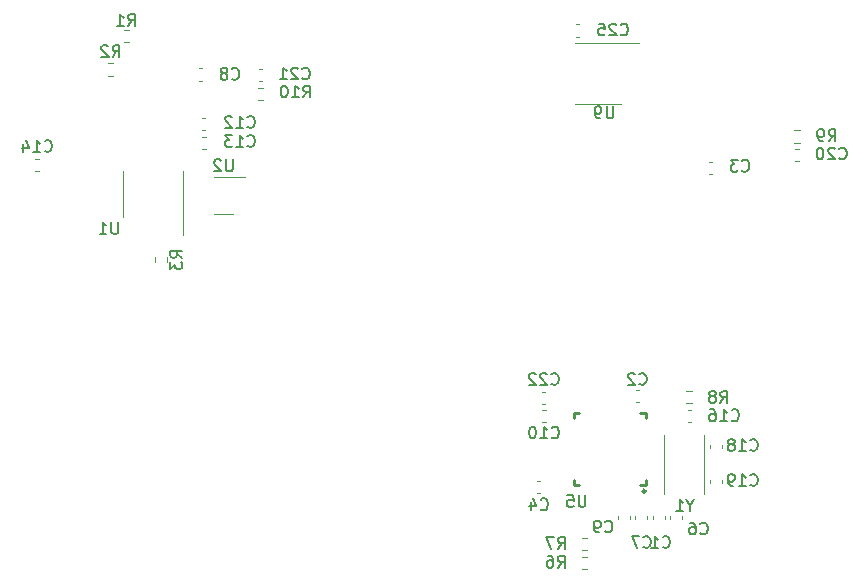
<source format=gbr>
%TF.GenerationSoftware,KiCad,Pcbnew,(6.99.0-1665-g4ee6cfe5b6)*%
%TF.CreationDate,2022-04-26T18:14:45+08:00*%
%TF.ProjectId,LightMeherGen2,4c696768-744d-4656-9865-7247656e322e,rev?*%
%TF.SameCoordinates,Original*%
%TF.FileFunction,Legend,Bot*%
%TF.FilePolarity,Positive*%
%FSLAX46Y46*%
G04 Gerber Fmt 4.6, Leading zero omitted, Abs format (unit mm)*
G04 Created by KiCad (PCBNEW (6.99.0-1665-g4ee6cfe5b6)) date 2022-04-26 18:14:45*
%MOMM*%
%LPD*%
G01*
G04 APERTURE LIST*
%ADD10C,0.150000*%
%ADD11C,0.120000*%
%ADD12C,0.254000*%
G04 APERTURE END LIST*
D10*
%TO.C,U1*%
X116711904Y-77667380D02*
X116711904Y-78476904D01*
X116711904Y-78476904D02*
X116664285Y-78572142D01*
X116664285Y-78572142D02*
X116616666Y-78619761D01*
X116616666Y-78619761D02*
X116521428Y-78667380D01*
X116521428Y-78667380D02*
X116330952Y-78667380D01*
X116330952Y-78667380D02*
X116235714Y-78619761D01*
X116235714Y-78619761D02*
X116188095Y-78572142D01*
X116188095Y-78572142D02*
X116140476Y-78476904D01*
X116140476Y-78476904D02*
X116140476Y-77667380D01*
X115140476Y-78667380D02*
X115711904Y-78667380D01*
X115426190Y-78667380D02*
X115426190Y-77667380D01*
X115426190Y-77667380D02*
X115521428Y-77810238D01*
X115521428Y-77810238D02*
X115616666Y-77905476D01*
X115616666Y-77905476D02*
X115711904Y-77953095D01*
%TO.C,C3*%
X169516666Y-73297142D02*
X169564285Y-73344761D01*
X169564285Y-73344761D02*
X169707142Y-73392380D01*
X169707142Y-73392380D02*
X169802380Y-73392380D01*
X169802380Y-73392380D02*
X169945237Y-73344761D01*
X169945237Y-73344761D02*
X170040475Y-73249523D01*
X170040475Y-73249523D02*
X170088094Y-73154285D01*
X170088094Y-73154285D02*
X170135713Y-72963809D01*
X170135713Y-72963809D02*
X170135713Y-72820952D01*
X170135713Y-72820952D02*
X170088094Y-72630476D01*
X170088094Y-72630476D02*
X170040475Y-72535238D01*
X170040475Y-72535238D02*
X169945237Y-72440000D01*
X169945237Y-72440000D02*
X169802380Y-72392380D01*
X169802380Y-72392380D02*
X169707142Y-72392380D01*
X169707142Y-72392380D02*
X169564285Y-72440000D01*
X169564285Y-72440000D02*
X169516666Y-72487619D01*
X169183332Y-72392380D02*
X168564285Y-72392380D01*
X168564285Y-72392380D02*
X168897618Y-72773333D01*
X168897618Y-72773333D02*
X168754761Y-72773333D01*
X168754761Y-72773333D02*
X168659523Y-72820952D01*
X168659523Y-72820952D02*
X168611904Y-72868571D01*
X168611904Y-72868571D02*
X168564285Y-72963809D01*
X168564285Y-72963809D02*
X168564285Y-73201904D01*
X168564285Y-73201904D02*
X168611904Y-73297142D01*
X168611904Y-73297142D02*
X168659523Y-73344761D01*
X168659523Y-73344761D02*
X168754761Y-73392380D01*
X168754761Y-73392380D02*
X169040475Y-73392380D01*
X169040475Y-73392380D02*
X169135713Y-73344761D01*
X169135713Y-73344761D02*
X169183332Y-73297142D01*
%TO.C,C12*%
X127667857Y-69597142D02*
X127715476Y-69644761D01*
X127715476Y-69644761D02*
X127858333Y-69692380D01*
X127858333Y-69692380D02*
X127953571Y-69692380D01*
X127953571Y-69692380D02*
X128096428Y-69644761D01*
X128096428Y-69644761D02*
X128191666Y-69549523D01*
X128191666Y-69549523D02*
X128239285Y-69454285D01*
X128239285Y-69454285D02*
X128286904Y-69263809D01*
X128286904Y-69263809D02*
X128286904Y-69120952D01*
X128286904Y-69120952D02*
X128239285Y-68930476D01*
X128239285Y-68930476D02*
X128191666Y-68835238D01*
X128191666Y-68835238D02*
X128096428Y-68740000D01*
X128096428Y-68740000D02*
X127953571Y-68692380D01*
X127953571Y-68692380D02*
X127858333Y-68692380D01*
X127858333Y-68692380D02*
X127715476Y-68740000D01*
X127715476Y-68740000D02*
X127667857Y-68787619D01*
X126715476Y-69692380D02*
X127286904Y-69692380D01*
X127001190Y-69692380D02*
X127001190Y-68692380D01*
X127001190Y-68692380D02*
X127096428Y-68835238D01*
X127096428Y-68835238D02*
X127191666Y-68930476D01*
X127191666Y-68930476D02*
X127286904Y-68978095D01*
X126334523Y-68787619D02*
X126286904Y-68740000D01*
X126286904Y-68740000D02*
X126191666Y-68692380D01*
X126191666Y-68692380D02*
X125953571Y-68692380D01*
X125953571Y-68692380D02*
X125858333Y-68740000D01*
X125858333Y-68740000D02*
X125810714Y-68787619D01*
X125810714Y-68787619D02*
X125763095Y-68882857D01*
X125763095Y-68882857D02*
X125763095Y-68978095D01*
X125763095Y-68978095D02*
X125810714Y-69120952D01*
X125810714Y-69120952D02*
X126382142Y-69692380D01*
X126382142Y-69692380D02*
X125763095Y-69692380D01*
%TO.C,C14*%
X110492857Y-71642142D02*
X110540476Y-71689761D01*
X110540476Y-71689761D02*
X110683333Y-71737380D01*
X110683333Y-71737380D02*
X110778571Y-71737380D01*
X110778571Y-71737380D02*
X110921428Y-71689761D01*
X110921428Y-71689761D02*
X111016666Y-71594523D01*
X111016666Y-71594523D02*
X111064285Y-71499285D01*
X111064285Y-71499285D02*
X111111904Y-71308809D01*
X111111904Y-71308809D02*
X111111904Y-71165952D01*
X111111904Y-71165952D02*
X111064285Y-70975476D01*
X111064285Y-70975476D02*
X111016666Y-70880238D01*
X111016666Y-70880238D02*
X110921428Y-70785000D01*
X110921428Y-70785000D02*
X110778571Y-70737380D01*
X110778571Y-70737380D02*
X110683333Y-70737380D01*
X110683333Y-70737380D02*
X110540476Y-70785000D01*
X110540476Y-70785000D02*
X110492857Y-70832619D01*
X109540476Y-71737380D02*
X110111904Y-71737380D01*
X109826190Y-71737380D02*
X109826190Y-70737380D01*
X109826190Y-70737380D02*
X109921428Y-70880238D01*
X109921428Y-70880238D02*
X110016666Y-70975476D01*
X110016666Y-70975476D02*
X110111904Y-71023095D01*
X108683333Y-71070714D02*
X108683333Y-71737380D01*
X108921428Y-70689761D02*
X109159523Y-71404047D01*
X109159523Y-71404047D02*
X108540476Y-71404047D01*
%TO.C,Y1*%
X165151190Y-101666190D02*
X165151190Y-102142380D01*
X165484523Y-101142380D02*
X165151190Y-101666190D01*
X165151190Y-101666190D02*
X164817857Y-101142380D01*
X163960714Y-102142380D02*
X164532142Y-102142380D01*
X164246428Y-102142380D02*
X164246428Y-101142380D01*
X164246428Y-101142380D02*
X164341666Y-101285238D01*
X164341666Y-101285238D02*
X164436904Y-101380476D01*
X164436904Y-101380476D02*
X164532142Y-101428095D01*
%TO.C,C6*%
X166016666Y-104022142D02*
X166064285Y-104069761D01*
X166064285Y-104069761D02*
X166207142Y-104117380D01*
X166207142Y-104117380D02*
X166302380Y-104117380D01*
X166302380Y-104117380D02*
X166445237Y-104069761D01*
X166445237Y-104069761D02*
X166540475Y-103974523D01*
X166540475Y-103974523D02*
X166588094Y-103879285D01*
X166588094Y-103879285D02*
X166635713Y-103688809D01*
X166635713Y-103688809D02*
X166635713Y-103545952D01*
X166635713Y-103545952D02*
X166588094Y-103355476D01*
X166588094Y-103355476D02*
X166540475Y-103260238D01*
X166540475Y-103260238D02*
X166445237Y-103165000D01*
X166445237Y-103165000D02*
X166302380Y-103117380D01*
X166302380Y-103117380D02*
X166207142Y-103117380D01*
X166207142Y-103117380D02*
X166064285Y-103165000D01*
X166064285Y-103165000D02*
X166016666Y-103212619D01*
X165159523Y-103117380D02*
X165349999Y-103117380D01*
X165349999Y-103117380D02*
X165445237Y-103165000D01*
X165445237Y-103165000D02*
X165492856Y-103212619D01*
X165492856Y-103212619D02*
X165588094Y-103355476D01*
X165588094Y-103355476D02*
X165635713Y-103545952D01*
X165635713Y-103545952D02*
X165635713Y-103926904D01*
X165635713Y-103926904D02*
X165588094Y-104022142D01*
X165588094Y-104022142D02*
X165540475Y-104069761D01*
X165540475Y-104069761D02*
X165445237Y-104117380D01*
X165445237Y-104117380D02*
X165254761Y-104117380D01*
X165254761Y-104117380D02*
X165159523Y-104069761D01*
X165159523Y-104069761D02*
X165111904Y-104022142D01*
X165111904Y-104022142D02*
X165064285Y-103926904D01*
X165064285Y-103926904D02*
X165064285Y-103688809D01*
X165064285Y-103688809D02*
X165111904Y-103593571D01*
X165111904Y-103593571D02*
X165159523Y-103545952D01*
X165159523Y-103545952D02*
X165254761Y-103498333D01*
X165254761Y-103498333D02*
X165445237Y-103498333D01*
X165445237Y-103498333D02*
X165540475Y-103545952D01*
X165540475Y-103545952D02*
X165588094Y-103593571D01*
X165588094Y-103593571D02*
X165635713Y-103688809D01*
%TO.C,R9*%
X176866666Y-70817380D02*
X177199999Y-70341190D01*
X177438094Y-70817380D02*
X177438094Y-69817380D01*
X177438094Y-69817380D02*
X177057142Y-69817380D01*
X177057142Y-69817380D02*
X176961904Y-69865000D01*
X176961904Y-69865000D02*
X176914285Y-69912619D01*
X176914285Y-69912619D02*
X176866666Y-70007857D01*
X176866666Y-70007857D02*
X176866666Y-70150714D01*
X176866666Y-70150714D02*
X176914285Y-70245952D01*
X176914285Y-70245952D02*
X176961904Y-70293571D01*
X176961904Y-70293571D02*
X177057142Y-70341190D01*
X177057142Y-70341190D02*
X177438094Y-70341190D01*
X176390475Y-70817380D02*
X176199999Y-70817380D01*
X176199999Y-70817380D02*
X176104761Y-70769761D01*
X176104761Y-70769761D02*
X176057142Y-70722142D01*
X176057142Y-70722142D02*
X175961904Y-70579285D01*
X175961904Y-70579285D02*
X175914285Y-70388809D01*
X175914285Y-70388809D02*
X175914285Y-70007857D01*
X175914285Y-70007857D02*
X175961904Y-69912619D01*
X175961904Y-69912619D02*
X176009523Y-69865000D01*
X176009523Y-69865000D02*
X176104761Y-69817380D01*
X176104761Y-69817380D02*
X176295237Y-69817380D01*
X176295237Y-69817380D02*
X176390475Y-69865000D01*
X176390475Y-69865000D02*
X176438094Y-69912619D01*
X176438094Y-69912619D02*
X176485713Y-70007857D01*
X176485713Y-70007857D02*
X176485713Y-70245952D01*
X176485713Y-70245952D02*
X176438094Y-70341190D01*
X176438094Y-70341190D02*
X176390475Y-70388809D01*
X176390475Y-70388809D02*
X176295237Y-70436428D01*
X176295237Y-70436428D02*
X176104761Y-70436428D01*
X176104761Y-70436428D02*
X176009523Y-70388809D01*
X176009523Y-70388809D02*
X175961904Y-70341190D01*
X175961904Y-70341190D02*
X175914285Y-70245952D01*
%TO.C,R2*%
X116241666Y-63687380D02*
X116574999Y-63211190D01*
X116813094Y-63687380D02*
X116813094Y-62687380D01*
X116813094Y-62687380D02*
X116432142Y-62687380D01*
X116432142Y-62687380D02*
X116336904Y-62735000D01*
X116336904Y-62735000D02*
X116289285Y-62782619D01*
X116289285Y-62782619D02*
X116241666Y-62877857D01*
X116241666Y-62877857D02*
X116241666Y-63020714D01*
X116241666Y-63020714D02*
X116289285Y-63115952D01*
X116289285Y-63115952D02*
X116336904Y-63163571D01*
X116336904Y-63163571D02*
X116432142Y-63211190D01*
X116432142Y-63211190D02*
X116813094Y-63211190D01*
X115860713Y-62782619D02*
X115813094Y-62735000D01*
X115813094Y-62735000D02*
X115717856Y-62687380D01*
X115717856Y-62687380D02*
X115479761Y-62687380D01*
X115479761Y-62687380D02*
X115384523Y-62735000D01*
X115384523Y-62735000D02*
X115336904Y-62782619D01*
X115336904Y-62782619D02*
X115289285Y-62877857D01*
X115289285Y-62877857D02*
X115289285Y-62973095D01*
X115289285Y-62973095D02*
X115336904Y-63115952D01*
X115336904Y-63115952D02*
X115908332Y-63687380D01*
X115908332Y-63687380D02*
X115289285Y-63687380D01*
%TO.C,C4*%
X152491666Y-101972142D02*
X152539285Y-102019761D01*
X152539285Y-102019761D02*
X152682142Y-102067380D01*
X152682142Y-102067380D02*
X152777380Y-102067380D01*
X152777380Y-102067380D02*
X152920237Y-102019761D01*
X152920237Y-102019761D02*
X153015475Y-101924523D01*
X153015475Y-101924523D02*
X153063094Y-101829285D01*
X153063094Y-101829285D02*
X153110713Y-101638809D01*
X153110713Y-101638809D02*
X153110713Y-101495952D01*
X153110713Y-101495952D02*
X153063094Y-101305476D01*
X153063094Y-101305476D02*
X153015475Y-101210238D01*
X153015475Y-101210238D02*
X152920237Y-101115000D01*
X152920237Y-101115000D02*
X152777380Y-101067380D01*
X152777380Y-101067380D02*
X152682142Y-101067380D01*
X152682142Y-101067380D02*
X152539285Y-101115000D01*
X152539285Y-101115000D02*
X152491666Y-101162619D01*
X151634523Y-101400714D02*
X151634523Y-102067380D01*
X151872618Y-101019761D02*
X152110713Y-101734047D01*
X152110713Y-101734047D02*
X151491666Y-101734047D01*
%TO.C,R6*%
X153941666Y-106917380D02*
X154274999Y-106441190D01*
X154513094Y-106917380D02*
X154513094Y-105917380D01*
X154513094Y-105917380D02*
X154132142Y-105917380D01*
X154132142Y-105917380D02*
X154036904Y-105965000D01*
X154036904Y-105965000D02*
X153989285Y-106012619D01*
X153989285Y-106012619D02*
X153941666Y-106107857D01*
X153941666Y-106107857D02*
X153941666Y-106250714D01*
X153941666Y-106250714D02*
X153989285Y-106345952D01*
X153989285Y-106345952D02*
X154036904Y-106393571D01*
X154036904Y-106393571D02*
X154132142Y-106441190D01*
X154132142Y-106441190D02*
X154513094Y-106441190D01*
X153084523Y-105917380D02*
X153274999Y-105917380D01*
X153274999Y-105917380D02*
X153370237Y-105965000D01*
X153370237Y-105965000D02*
X153417856Y-106012619D01*
X153417856Y-106012619D02*
X153513094Y-106155476D01*
X153513094Y-106155476D02*
X153560713Y-106345952D01*
X153560713Y-106345952D02*
X153560713Y-106726904D01*
X153560713Y-106726904D02*
X153513094Y-106822142D01*
X153513094Y-106822142D02*
X153465475Y-106869761D01*
X153465475Y-106869761D02*
X153370237Y-106917380D01*
X153370237Y-106917380D02*
X153179761Y-106917380D01*
X153179761Y-106917380D02*
X153084523Y-106869761D01*
X153084523Y-106869761D02*
X153036904Y-106822142D01*
X153036904Y-106822142D02*
X152989285Y-106726904D01*
X152989285Y-106726904D02*
X152989285Y-106488809D01*
X152989285Y-106488809D02*
X153036904Y-106393571D01*
X153036904Y-106393571D02*
X153084523Y-106345952D01*
X153084523Y-106345952D02*
X153179761Y-106298333D01*
X153179761Y-106298333D02*
X153370237Y-106298333D01*
X153370237Y-106298333D02*
X153465475Y-106345952D01*
X153465475Y-106345952D02*
X153513094Y-106393571D01*
X153513094Y-106393571D02*
X153560713Y-106488809D01*
%TO.C,R3*%
X122137380Y-80683333D02*
X121661190Y-80350000D01*
X122137380Y-80111905D02*
X121137380Y-80111905D01*
X121137380Y-80111905D02*
X121137380Y-80492857D01*
X121137380Y-80492857D02*
X121185000Y-80588095D01*
X121185000Y-80588095D02*
X121232619Y-80635714D01*
X121232619Y-80635714D02*
X121327857Y-80683333D01*
X121327857Y-80683333D02*
X121470714Y-80683333D01*
X121470714Y-80683333D02*
X121565952Y-80635714D01*
X121565952Y-80635714D02*
X121613571Y-80588095D01*
X121613571Y-80588095D02*
X121661190Y-80492857D01*
X121661190Y-80492857D02*
X121661190Y-80111905D01*
X121137380Y-81016667D02*
X121137380Y-81635714D01*
X121137380Y-81635714D02*
X121518333Y-81302381D01*
X121518333Y-81302381D02*
X121518333Y-81445238D01*
X121518333Y-81445238D02*
X121565952Y-81540476D01*
X121565952Y-81540476D02*
X121613571Y-81588095D01*
X121613571Y-81588095D02*
X121708809Y-81635714D01*
X121708809Y-81635714D02*
X121946904Y-81635714D01*
X121946904Y-81635714D02*
X122042142Y-81588095D01*
X122042142Y-81588095D02*
X122089761Y-81540476D01*
X122089761Y-81540476D02*
X122137380Y-81445238D01*
X122137380Y-81445238D02*
X122137380Y-81159524D01*
X122137380Y-81159524D02*
X122089761Y-81064286D01*
X122089761Y-81064286D02*
X122042142Y-81016667D01*
%TO.C,C16*%
X168667857Y-94422142D02*
X168715476Y-94469761D01*
X168715476Y-94469761D02*
X168858333Y-94517380D01*
X168858333Y-94517380D02*
X168953571Y-94517380D01*
X168953571Y-94517380D02*
X169096428Y-94469761D01*
X169096428Y-94469761D02*
X169191666Y-94374523D01*
X169191666Y-94374523D02*
X169239285Y-94279285D01*
X169239285Y-94279285D02*
X169286904Y-94088809D01*
X169286904Y-94088809D02*
X169286904Y-93945952D01*
X169286904Y-93945952D02*
X169239285Y-93755476D01*
X169239285Y-93755476D02*
X169191666Y-93660238D01*
X169191666Y-93660238D02*
X169096428Y-93565000D01*
X169096428Y-93565000D02*
X168953571Y-93517380D01*
X168953571Y-93517380D02*
X168858333Y-93517380D01*
X168858333Y-93517380D02*
X168715476Y-93565000D01*
X168715476Y-93565000D02*
X168667857Y-93612619D01*
X167715476Y-94517380D02*
X168286904Y-94517380D01*
X168001190Y-94517380D02*
X168001190Y-93517380D01*
X168001190Y-93517380D02*
X168096428Y-93660238D01*
X168096428Y-93660238D02*
X168191666Y-93755476D01*
X168191666Y-93755476D02*
X168286904Y-93803095D01*
X166858333Y-93517380D02*
X167048809Y-93517380D01*
X167048809Y-93517380D02*
X167144047Y-93565000D01*
X167144047Y-93565000D02*
X167191666Y-93612619D01*
X167191666Y-93612619D02*
X167286904Y-93755476D01*
X167286904Y-93755476D02*
X167334523Y-93945952D01*
X167334523Y-93945952D02*
X167334523Y-94326904D01*
X167334523Y-94326904D02*
X167286904Y-94422142D01*
X167286904Y-94422142D02*
X167239285Y-94469761D01*
X167239285Y-94469761D02*
X167144047Y-94517380D01*
X167144047Y-94517380D02*
X166953571Y-94517380D01*
X166953571Y-94517380D02*
X166858333Y-94469761D01*
X166858333Y-94469761D02*
X166810714Y-94422142D01*
X166810714Y-94422142D02*
X166763095Y-94326904D01*
X166763095Y-94326904D02*
X166763095Y-94088809D01*
X166763095Y-94088809D02*
X166810714Y-93993571D01*
X166810714Y-93993571D02*
X166858333Y-93945952D01*
X166858333Y-93945952D02*
X166953571Y-93898333D01*
X166953571Y-93898333D02*
X167144047Y-93898333D01*
X167144047Y-93898333D02*
X167239285Y-93945952D01*
X167239285Y-93945952D02*
X167286904Y-93993571D01*
X167286904Y-93993571D02*
X167334523Y-94088809D01*
%TO.C,U2*%
X126411904Y-72367380D02*
X126411904Y-73176904D01*
X126411904Y-73176904D02*
X126364285Y-73272142D01*
X126364285Y-73272142D02*
X126316666Y-73319761D01*
X126316666Y-73319761D02*
X126221428Y-73367380D01*
X126221428Y-73367380D02*
X126030952Y-73367380D01*
X126030952Y-73367380D02*
X125935714Y-73319761D01*
X125935714Y-73319761D02*
X125888095Y-73272142D01*
X125888095Y-73272142D02*
X125840476Y-73176904D01*
X125840476Y-73176904D02*
X125840476Y-72367380D01*
X125411904Y-72462619D02*
X125364285Y-72415000D01*
X125364285Y-72415000D02*
X125269047Y-72367380D01*
X125269047Y-72367380D02*
X125030952Y-72367380D01*
X125030952Y-72367380D02*
X124935714Y-72415000D01*
X124935714Y-72415000D02*
X124888095Y-72462619D01*
X124888095Y-72462619D02*
X124840476Y-72557857D01*
X124840476Y-72557857D02*
X124840476Y-72653095D01*
X124840476Y-72653095D02*
X124888095Y-72795952D01*
X124888095Y-72795952D02*
X125459523Y-73367380D01*
X125459523Y-73367380D02*
X124840476Y-73367380D01*
%TO.C,R7*%
X153966666Y-105342380D02*
X154299999Y-104866190D01*
X154538094Y-105342380D02*
X154538094Y-104342380D01*
X154538094Y-104342380D02*
X154157142Y-104342380D01*
X154157142Y-104342380D02*
X154061904Y-104390000D01*
X154061904Y-104390000D02*
X154014285Y-104437619D01*
X154014285Y-104437619D02*
X153966666Y-104532857D01*
X153966666Y-104532857D02*
X153966666Y-104675714D01*
X153966666Y-104675714D02*
X154014285Y-104770952D01*
X154014285Y-104770952D02*
X154061904Y-104818571D01*
X154061904Y-104818571D02*
X154157142Y-104866190D01*
X154157142Y-104866190D02*
X154538094Y-104866190D01*
X153633332Y-104342380D02*
X152966666Y-104342380D01*
X152966666Y-104342380D02*
X153395237Y-105342380D01*
%TO.C,C13*%
X127667857Y-71222142D02*
X127715476Y-71269761D01*
X127715476Y-71269761D02*
X127858333Y-71317380D01*
X127858333Y-71317380D02*
X127953571Y-71317380D01*
X127953571Y-71317380D02*
X128096428Y-71269761D01*
X128096428Y-71269761D02*
X128191666Y-71174523D01*
X128191666Y-71174523D02*
X128239285Y-71079285D01*
X128239285Y-71079285D02*
X128286904Y-70888809D01*
X128286904Y-70888809D02*
X128286904Y-70745952D01*
X128286904Y-70745952D02*
X128239285Y-70555476D01*
X128239285Y-70555476D02*
X128191666Y-70460238D01*
X128191666Y-70460238D02*
X128096428Y-70365000D01*
X128096428Y-70365000D02*
X127953571Y-70317380D01*
X127953571Y-70317380D02*
X127858333Y-70317380D01*
X127858333Y-70317380D02*
X127715476Y-70365000D01*
X127715476Y-70365000D02*
X127667857Y-70412619D01*
X126715476Y-71317380D02*
X127286904Y-71317380D01*
X127001190Y-71317380D02*
X127001190Y-70317380D01*
X127001190Y-70317380D02*
X127096428Y-70460238D01*
X127096428Y-70460238D02*
X127191666Y-70555476D01*
X127191666Y-70555476D02*
X127286904Y-70603095D01*
X126382142Y-70317380D02*
X125763095Y-70317380D01*
X125763095Y-70317380D02*
X126096428Y-70698333D01*
X126096428Y-70698333D02*
X125953571Y-70698333D01*
X125953571Y-70698333D02*
X125858333Y-70745952D01*
X125858333Y-70745952D02*
X125810714Y-70793571D01*
X125810714Y-70793571D02*
X125763095Y-70888809D01*
X125763095Y-70888809D02*
X125763095Y-71126904D01*
X125763095Y-71126904D02*
X125810714Y-71222142D01*
X125810714Y-71222142D02*
X125858333Y-71269761D01*
X125858333Y-71269761D02*
X125953571Y-71317380D01*
X125953571Y-71317380D02*
X126239285Y-71317380D01*
X126239285Y-71317380D02*
X126334523Y-71269761D01*
X126334523Y-71269761D02*
X126382142Y-71222142D01*
%TO.C,C18*%
X170242857Y-96947142D02*
X170290476Y-96994761D01*
X170290476Y-96994761D02*
X170433333Y-97042380D01*
X170433333Y-97042380D02*
X170528571Y-97042380D01*
X170528571Y-97042380D02*
X170671428Y-96994761D01*
X170671428Y-96994761D02*
X170766666Y-96899523D01*
X170766666Y-96899523D02*
X170814285Y-96804285D01*
X170814285Y-96804285D02*
X170861904Y-96613809D01*
X170861904Y-96613809D02*
X170861904Y-96470952D01*
X170861904Y-96470952D02*
X170814285Y-96280476D01*
X170814285Y-96280476D02*
X170766666Y-96185238D01*
X170766666Y-96185238D02*
X170671428Y-96090000D01*
X170671428Y-96090000D02*
X170528571Y-96042380D01*
X170528571Y-96042380D02*
X170433333Y-96042380D01*
X170433333Y-96042380D02*
X170290476Y-96090000D01*
X170290476Y-96090000D02*
X170242857Y-96137619D01*
X169290476Y-97042380D02*
X169861904Y-97042380D01*
X169576190Y-97042380D02*
X169576190Y-96042380D01*
X169576190Y-96042380D02*
X169671428Y-96185238D01*
X169671428Y-96185238D02*
X169766666Y-96280476D01*
X169766666Y-96280476D02*
X169861904Y-96328095D01*
X168719047Y-96470952D02*
X168814285Y-96423333D01*
X168814285Y-96423333D02*
X168861904Y-96375714D01*
X168861904Y-96375714D02*
X168909523Y-96280476D01*
X168909523Y-96280476D02*
X168909523Y-96232857D01*
X168909523Y-96232857D02*
X168861904Y-96137619D01*
X168861904Y-96137619D02*
X168814285Y-96090000D01*
X168814285Y-96090000D02*
X168719047Y-96042380D01*
X168719047Y-96042380D02*
X168528571Y-96042380D01*
X168528571Y-96042380D02*
X168433333Y-96090000D01*
X168433333Y-96090000D02*
X168385714Y-96137619D01*
X168385714Y-96137619D02*
X168338095Y-96232857D01*
X168338095Y-96232857D02*
X168338095Y-96280476D01*
X168338095Y-96280476D02*
X168385714Y-96375714D01*
X168385714Y-96375714D02*
X168433333Y-96423333D01*
X168433333Y-96423333D02*
X168528571Y-96470952D01*
X168528571Y-96470952D02*
X168719047Y-96470952D01*
X168719047Y-96470952D02*
X168814285Y-96518571D01*
X168814285Y-96518571D02*
X168861904Y-96566190D01*
X168861904Y-96566190D02*
X168909523Y-96661428D01*
X168909523Y-96661428D02*
X168909523Y-96851904D01*
X168909523Y-96851904D02*
X168861904Y-96947142D01*
X168861904Y-96947142D02*
X168814285Y-96994761D01*
X168814285Y-96994761D02*
X168719047Y-97042380D01*
X168719047Y-97042380D02*
X168528571Y-97042380D01*
X168528571Y-97042380D02*
X168433333Y-96994761D01*
X168433333Y-96994761D02*
X168385714Y-96947142D01*
X168385714Y-96947142D02*
X168338095Y-96851904D01*
X168338095Y-96851904D02*
X168338095Y-96661428D01*
X168338095Y-96661428D02*
X168385714Y-96566190D01*
X168385714Y-96566190D02*
X168433333Y-96518571D01*
X168433333Y-96518571D02*
X168528571Y-96470952D01*
%TO.C,R8*%
X167716666Y-92967380D02*
X168049999Y-92491190D01*
X168288094Y-92967380D02*
X168288094Y-91967380D01*
X168288094Y-91967380D02*
X167907142Y-91967380D01*
X167907142Y-91967380D02*
X167811904Y-92015000D01*
X167811904Y-92015000D02*
X167764285Y-92062619D01*
X167764285Y-92062619D02*
X167716666Y-92157857D01*
X167716666Y-92157857D02*
X167716666Y-92300714D01*
X167716666Y-92300714D02*
X167764285Y-92395952D01*
X167764285Y-92395952D02*
X167811904Y-92443571D01*
X167811904Y-92443571D02*
X167907142Y-92491190D01*
X167907142Y-92491190D02*
X168288094Y-92491190D01*
X167145237Y-92395952D02*
X167240475Y-92348333D01*
X167240475Y-92348333D02*
X167288094Y-92300714D01*
X167288094Y-92300714D02*
X167335713Y-92205476D01*
X167335713Y-92205476D02*
X167335713Y-92157857D01*
X167335713Y-92157857D02*
X167288094Y-92062619D01*
X167288094Y-92062619D02*
X167240475Y-92015000D01*
X167240475Y-92015000D02*
X167145237Y-91967380D01*
X167145237Y-91967380D02*
X166954761Y-91967380D01*
X166954761Y-91967380D02*
X166859523Y-92015000D01*
X166859523Y-92015000D02*
X166811904Y-92062619D01*
X166811904Y-92062619D02*
X166764285Y-92157857D01*
X166764285Y-92157857D02*
X166764285Y-92205476D01*
X166764285Y-92205476D02*
X166811904Y-92300714D01*
X166811904Y-92300714D02*
X166859523Y-92348333D01*
X166859523Y-92348333D02*
X166954761Y-92395952D01*
X166954761Y-92395952D02*
X167145237Y-92395952D01*
X167145237Y-92395952D02*
X167240475Y-92443571D01*
X167240475Y-92443571D02*
X167288094Y-92491190D01*
X167288094Y-92491190D02*
X167335713Y-92586428D01*
X167335713Y-92586428D02*
X167335713Y-92776904D01*
X167335713Y-92776904D02*
X167288094Y-92872142D01*
X167288094Y-92872142D02*
X167240475Y-92919761D01*
X167240475Y-92919761D02*
X167145237Y-92967380D01*
X167145237Y-92967380D02*
X166954761Y-92967380D01*
X166954761Y-92967380D02*
X166859523Y-92919761D01*
X166859523Y-92919761D02*
X166811904Y-92872142D01*
X166811904Y-92872142D02*
X166764285Y-92776904D01*
X166764285Y-92776904D02*
X166764285Y-92586428D01*
X166764285Y-92586428D02*
X166811904Y-92491190D01*
X166811904Y-92491190D02*
X166859523Y-92443571D01*
X166859523Y-92443571D02*
X166954761Y-92395952D01*
%TO.C,C21*%
X132317857Y-65497142D02*
X132365476Y-65544761D01*
X132365476Y-65544761D02*
X132508333Y-65592380D01*
X132508333Y-65592380D02*
X132603571Y-65592380D01*
X132603571Y-65592380D02*
X132746428Y-65544761D01*
X132746428Y-65544761D02*
X132841666Y-65449523D01*
X132841666Y-65449523D02*
X132889285Y-65354285D01*
X132889285Y-65354285D02*
X132936904Y-65163809D01*
X132936904Y-65163809D02*
X132936904Y-65020952D01*
X132936904Y-65020952D02*
X132889285Y-64830476D01*
X132889285Y-64830476D02*
X132841666Y-64735238D01*
X132841666Y-64735238D02*
X132746428Y-64640000D01*
X132746428Y-64640000D02*
X132603571Y-64592380D01*
X132603571Y-64592380D02*
X132508333Y-64592380D01*
X132508333Y-64592380D02*
X132365476Y-64640000D01*
X132365476Y-64640000D02*
X132317857Y-64687619D01*
X131936904Y-64687619D02*
X131889285Y-64640000D01*
X131889285Y-64640000D02*
X131794047Y-64592380D01*
X131794047Y-64592380D02*
X131555952Y-64592380D01*
X131555952Y-64592380D02*
X131460714Y-64640000D01*
X131460714Y-64640000D02*
X131413095Y-64687619D01*
X131413095Y-64687619D02*
X131365476Y-64782857D01*
X131365476Y-64782857D02*
X131365476Y-64878095D01*
X131365476Y-64878095D02*
X131413095Y-65020952D01*
X131413095Y-65020952D02*
X131984523Y-65592380D01*
X131984523Y-65592380D02*
X131365476Y-65592380D01*
X130413095Y-65592380D02*
X130984523Y-65592380D01*
X130698809Y-65592380D02*
X130698809Y-64592380D01*
X130698809Y-64592380D02*
X130794047Y-64735238D01*
X130794047Y-64735238D02*
X130889285Y-64830476D01*
X130889285Y-64830476D02*
X130984523Y-64878095D01*
%TO.C,C1*%
X162816666Y-105172142D02*
X162864285Y-105219761D01*
X162864285Y-105219761D02*
X163007142Y-105267380D01*
X163007142Y-105267380D02*
X163102380Y-105267380D01*
X163102380Y-105267380D02*
X163245237Y-105219761D01*
X163245237Y-105219761D02*
X163340475Y-105124523D01*
X163340475Y-105124523D02*
X163388094Y-105029285D01*
X163388094Y-105029285D02*
X163435713Y-104838809D01*
X163435713Y-104838809D02*
X163435713Y-104695952D01*
X163435713Y-104695952D02*
X163388094Y-104505476D01*
X163388094Y-104505476D02*
X163340475Y-104410238D01*
X163340475Y-104410238D02*
X163245237Y-104315000D01*
X163245237Y-104315000D02*
X163102380Y-104267380D01*
X163102380Y-104267380D02*
X163007142Y-104267380D01*
X163007142Y-104267380D02*
X162864285Y-104315000D01*
X162864285Y-104315000D02*
X162816666Y-104362619D01*
X161864285Y-105267380D02*
X162435713Y-105267380D01*
X162149999Y-105267380D02*
X162149999Y-104267380D01*
X162149999Y-104267380D02*
X162245237Y-104410238D01*
X162245237Y-104410238D02*
X162340475Y-104505476D01*
X162340475Y-104505476D02*
X162435713Y-104553095D01*
%TO.C,C19*%
X170242857Y-99922142D02*
X170290476Y-99969761D01*
X170290476Y-99969761D02*
X170433333Y-100017380D01*
X170433333Y-100017380D02*
X170528571Y-100017380D01*
X170528571Y-100017380D02*
X170671428Y-99969761D01*
X170671428Y-99969761D02*
X170766666Y-99874523D01*
X170766666Y-99874523D02*
X170814285Y-99779285D01*
X170814285Y-99779285D02*
X170861904Y-99588809D01*
X170861904Y-99588809D02*
X170861904Y-99445952D01*
X170861904Y-99445952D02*
X170814285Y-99255476D01*
X170814285Y-99255476D02*
X170766666Y-99160238D01*
X170766666Y-99160238D02*
X170671428Y-99065000D01*
X170671428Y-99065000D02*
X170528571Y-99017380D01*
X170528571Y-99017380D02*
X170433333Y-99017380D01*
X170433333Y-99017380D02*
X170290476Y-99065000D01*
X170290476Y-99065000D02*
X170242857Y-99112619D01*
X169290476Y-100017380D02*
X169861904Y-100017380D01*
X169576190Y-100017380D02*
X169576190Y-99017380D01*
X169576190Y-99017380D02*
X169671428Y-99160238D01*
X169671428Y-99160238D02*
X169766666Y-99255476D01*
X169766666Y-99255476D02*
X169861904Y-99303095D01*
X168814285Y-100017380D02*
X168623809Y-100017380D01*
X168623809Y-100017380D02*
X168528571Y-99969761D01*
X168528571Y-99969761D02*
X168480952Y-99922142D01*
X168480952Y-99922142D02*
X168385714Y-99779285D01*
X168385714Y-99779285D02*
X168338095Y-99588809D01*
X168338095Y-99588809D02*
X168338095Y-99207857D01*
X168338095Y-99207857D02*
X168385714Y-99112619D01*
X168385714Y-99112619D02*
X168433333Y-99065000D01*
X168433333Y-99065000D02*
X168528571Y-99017380D01*
X168528571Y-99017380D02*
X168719047Y-99017380D01*
X168719047Y-99017380D02*
X168814285Y-99065000D01*
X168814285Y-99065000D02*
X168861904Y-99112619D01*
X168861904Y-99112619D02*
X168909523Y-99207857D01*
X168909523Y-99207857D02*
X168909523Y-99445952D01*
X168909523Y-99445952D02*
X168861904Y-99541190D01*
X168861904Y-99541190D02*
X168814285Y-99588809D01*
X168814285Y-99588809D02*
X168719047Y-99636428D01*
X168719047Y-99636428D02*
X168528571Y-99636428D01*
X168528571Y-99636428D02*
X168433333Y-99588809D01*
X168433333Y-99588809D02*
X168385714Y-99541190D01*
X168385714Y-99541190D02*
X168338095Y-99445952D01*
%TO.C,C2*%
X160841666Y-91372142D02*
X160889285Y-91419761D01*
X160889285Y-91419761D02*
X161032142Y-91467380D01*
X161032142Y-91467380D02*
X161127380Y-91467380D01*
X161127380Y-91467380D02*
X161270237Y-91419761D01*
X161270237Y-91419761D02*
X161365475Y-91324523D01*
X161365475Y-91324523D02*
X161413094Y-91229285D01*
X161413094Y-91229285D02*
X161460713Y-91038809D01*
X161460713Y-91038809D02*
X161460713Y-90895952D01*
X161460713Y-90895952D02*
X161413094Y-90705476D01*
X161413094Y-90705476D02*
X161365475Y-90610238D01*
X161365475Y-90610238D02*
X161270237Y-90515000D01*
X161270237Y-90515000D02*
X161127380Y-90467380D01*
X161127380Y-90467380D02*
X161032142Y-90467380D01*
X161032142Y-90467380D02*
X160889285Y-90515000D01*
X160889285Y-90515000D02*
X160841666Y-90562619D01*
X160460713Y-90562619D02*
X160413094Y-90515000D01*
X160413094Y-90515000D02*
X160317856Y-90467380D01*
X160317856Y-90467380D02*
X160079761Y-90467380D01*
X160079761Y-90467380D02*
X159984523Y-90515000D01*
X159984523Y-90515000D02*
X159936904Y-90562619D01*
X159936904Y-90562619D02*
X159889285Y-90657857D01*
X159889285Y-90657857D02*
X159889285Y-90753095D01*
X159889285Y-90753095D02*
X159936904Y-90895952D01*
X159936904Y-90895952D02*
X160508332Y-91467380D01*
X160508332Y-91467380D02*
X159889285Y-91467380D01*
%TO.C,C9*%
X157941666Y-103847142D02*
X157989285Y-103894761D01*
X157989285Y-103894761D02*
X158132142Y-103942380D01*
X158132142Y-103942380D02*
X158227380Y-103942380D01*
X158227380Y-103942380D02*
X158370237Y-103894761D01*
X158370237Y-103894761D02*
X158465475Y-103799523D01*
X158465475Y-103799523D02*
X158513094Y-103704285D01*
X158513094Y-103704285D02*
X158560713Y-103513809D01*
X158560713Y-103513809D02*
X158560713Y-103370952D01*
X158560713Y-103370952D02*
X158513094Y-103180476D01*
X158513094Y-103180476D02*
X158465475Y-103085238D01*
X158465475Y-103085238D02*
X158370237Y-102990000D01*
X158370237Y-102990000D02*
X158227380Y-102942380D01*
X158227380Y-102942380D02*
X158132142Y-102942380D01*
X158132142Y-102942380D02*
X157989285Y-102990000D01*
X157989285Y-102990000D02*
X157941666Y-103037619D01*
X157465475Y-103942380D02*
X157274999Y-103942380D01*
X157274999Y-103942380D02*
X157179761Y-103894761D01*
X157179761Y-103894761D02*
X157132142Y-103847142D01*
X157132142Y-103847142D02*
X157036904Y-103704285D01*
X157036904Y-103704285D02*
X156989285Y-103513809D01*
X156989285Y-103513809D02*
X156989285Y-103132857D01*
X156989285Y-103132857D02*
X157036904Y-103037619D01*
X157036904Y-103037619D02*
X157084523Y-102990000D01*
X157084523Y-102990000D02*
X157179761Y-102942380D01*
X157179761Y-102942380D02*
X157370237Y-102942380D01*
X157370237Y-102942380D02*
X157465475Y-102990000D01*
X157465475Y-102990000D02*
X157513094Y-103037619D01*
X157513094Y-103037619D02*
X157560713Y-103132857D01*
X157560713Y-103132857D02*
X157560713Y-103370952D01*
X157560713Y-103370952D02*
X157513094Y-103466190D01*
X157513094Y-103466190D02*
X157465475Y-103513809D01*
X157465475Y-103513809D02*
X157370237Y-103561428D01*
X157370237Y-103561428D02*
X157179761Y-103561428D01*
X157179761Y-103561428D02*
X157084523Y-103513809D01*
X157084523Y-103513809D02*
X157036904Y-103466190D01*
X157036904Y-103466190D02*
X156989285Y-103370952D01*
%TO.C,R1*%
X117566666Y-61067380D02*
X117899999Y-60591190D01*
X118138094Y-61067380D02*
X118138094Y-60067380D01*
X118138094Y-60067380D02*
X117757142Y-60067380D01*
X117757142Y-60067380D02*
X117661904Y-60115000D01*
X117661904Y-60115000D02*
X117614285Y-60162619D01*
X117614285Y-60162619D02*
X117566666Y-60257857D01*
X117566666Y-60257857D02*
X117566666Y-60400714D01*
X117566666Y-60400714D02*
X117614285Y-60495952D01*
X117614285Y-60495952D02*
X117661904Y-60543571D01*
X117661904Y-60543571D02*
X117757142Y-60591190D01*
X117757142Y-60591190D02*
X118138094Y-60591190D01*
X116614285Y-61067380D02*
X117185713Y-61067380D01*
X116899999Y-61067380D02*
X116899999Y-60067380D01*
X116899999Y-60067380D02*
X116995237Y-60210238D01*
X116995237Y-60210238D02*
X117090475Y-60305476D01*
X117090475Y-60305476D02*
X117185713Y-60353095D01*
%TO.C,C10*%
X153417857Y-95897142D02*
X153465476Y-95944761D01*
X153465476Y-95944761D02*
X153608333Y-95992380D01*
X153608333Y-95992380D02*
X153703571Y-95992380D01*
X153703571Y-95992380D02*
X153846428Y-95944761D01*
X153846428Y-95944761D02*
X153941666Y-95849523D01*
X153941666Y-95849523D02*
X153989285Y-95754285D01*
X153989285Y-95754285D02*
X154036904Y-95563809D01*
X154036904Y-95563809D02*
X154036904Y-95420952D01*
X154036904Y-95420952D02*
X153989285Y-95230476D01*
X153989285Y-95230476D02*
X153941666Y-95135238D01*
X153941666Y-95135238D02*
X153846428Y-95040000D01*
X153846428Y-95040000D02*
X153703571Y-94992380D01*
X153703571Y-94992380D02*
X153608333Y-94992380D01*
X153608333Y-94992380D02*
X153465476Y-95040000D01*
X153465476Y-95040000D02*
X153417857Y-95087619D01*
X152465476Y-95992380D02*
X153036904Y-95992380D01*
X152751190Y-95992380D02*
X152751190Y-94992380D01*
X152751190Y-94992380D02*
X152846428Y-95135238D01*
X152846428Y-95135238D02*
X152941666Y-95230476D01*
X152941666Y-95230476D02*
X153036904Y-95278095D01*
X151846428Y-94992380D02*
X151751190Y-94992380D01*
X151751190Y-94992380D02*
X151655952Y-95040000D01*
X151655952Y-95040000D02*
X151608333Y-95087619D01*
X151608333Y-95087619D02*
X151560714Y-95182857D01*
X151560714Y-95182857D02*
X151513095Y-95373333D01*
X151513095Y-95373333D02*
X151513095Y-95611428D01*
X151513095Y-95611428D02*
X151560714Y-95801904D01*
X151560714Y-95801904D02*
X151608333Y-95897142D01*
X151608333Y-95897142D02*
X151655952Y-95944761D01*
X151655952Y-95944761D02*
X151751190Y-95992380D01*
X151751190Y-95992380D02*
X151846428Y-95992380D01*
X151846428Y-95992380D02*
X151941666Y-95944761D01*
X151941666Y-95944761D02*
X151989285Y-95897142D01*
X151989285Y-95897142D02*
X152036904Y-95801904D01*
X152036904Y-95801904D02*
X152084523Y-95611428D01*
X152084523Y-95611428D02*
X152084523Y-95373333D01*
X152084523Y-95373333D02*
X152036904Y-95182857D01*
X152036904Y-95182857D02*
X151989285Y-95087619D01*
X151989285Y-95087619D02*
X151941666Y-95040000D01*
X151941666Y-95040000D02*
X151846428Y-94992380D01*
%TO.C,U5*%
X156286904Y-100792380D02*
X156286904Y-101601904D01*
X156286904Y-101601904D02*
X156239285Y-101697142D01*
X156239285Y-101697142D02*
X156191666Y-101744761D01*
X156191666Y-101744761D02*
X156096428Y-101792380D01*
X156096428Y-101792380D02*
X155905952Y-101792380D01*
X155905952Y-101792380D02*
X155810714Y-101744761D01*
X155810714Y-101744761D02*
X155763095Y-101697142D01*
X155763095Y-101697142D02*
X155715476Y-101601904D01*
X155715476Y-101601904D02*
X155715476Y-100792380D01*
X154763095Y-100792380D02*
X155239285Y-100792380D01*
X155239285Y-100792380D02*
X155286904Y-101268571D01*
X155286904Y-101268571D02*
X155239285Y-101220952D01*
X155239285Y-101220952D02*
X155144047Y-101173333D01*
X155144047Y-101173333D02*
X154905952Y-101173333D01*
X154905952Y-101173333D02*
X154810714Y-101220952D01*
X154810714Y-101220952D02*
X154763095Y-101268571D01*
X154763095Y-101268571D02*
X154715476Y-101363809D01*
X154715476Y-101363809D02*
X154715476Y-101601904D01*
X154715476Y-101601904D02*
X154763095Y-101697142D01*
X154763095Y-101697142D02*
X154810714Y-101744761D01*
X154810714Y-101744761D02*
X154905952Y-101792380D01*
X154905952Y-101792380D02*
X155144047Y-101792380D01*
X155144047Y-101792380D02*
X155239285Y-101744761D01*
X155239285Y-101744761D02*
X155286904Y-101697142D01*
%TO.C,U9*%
X158636904Y-67867380D02*
X158636904Y-68676904D01*
X158636904Y-68676904D02*
X158589285Y-68772142D01*
X158589285Y-68772142D02*
X158541666Y-68819761D01*
X158541666Y-68819761D02*
X158446428Y-68867380D01*
X158446428Y-68867380D02*
X158255952Y-68867380D01*
X158255952Y-68867380D02*
X158160714Y-68819761D01*
X158160714Y-68819761D02*
X158113095Y-68772142D01*
X158113095Y-68772142D02*
X158065476Y-68676904D01*
X158065476Y-68676904D02*
X158065476Y-67867380D01*
X157541666Y-68867380D02*
X157351190Y-68867380D01*
X157351190Y-68867380D02*
X157255952Y-68819761D01*
X157255952Y-68819761D02*
X157208333Y-68772142D01*
X157208333Y-68772142D02*
X157113095Y-68629285D01*
X157113095Y-68629285D02*
X157065476Y-68438809D01*
X157065476Y-68438809D02*
X157065476Y-68057857D01*
X157065476Y-68057857D02*
X157113095Y-67962619D01*
X157113095Y-67962619D02*
X157160714Y-67915000D01*
X157160714Y-67915000D02*
X157255952Y-67867380D01*
X157255952Y-67867380D02*
X157446428Y-67867380D01*
X157446428Y-67867380D02*
X157541666Y-67915000D01*
X157541666Y-67915000D02*
X157589285Y-67962619D01*
X157589285Y-67962619D02*
X157636904Y-68057857D01*
X157636904Y-68057857D02*
X157636904Y-68295952D01*
X157636904Y-68295952D02*
X157589285Y-68391190D01*
X157589285Y-68391190D02*
X157541666Y-68438809D01*
X157541666Y-68438809D02*
X157446428Y-68486428D01*
X157446428Y-68486428D02*
X157255952Y-68486428D01*
X157255952Y-68486428D02*
X157160714Y-68438809D01*
X157160714Y-68438809D02*
X157113095Y-68391190D01*
X157113095Y-68391190D02*
X157065476Y-68295952D01*
%TO.C,C7*%
X161191666Y-105172142D02*
X161239285Y-105219761D01*
X161239285Y-105219761D02*
X161382142Y-105267380D01*
X161382142Y-105267380D02*
X161477380Y-105267380D01*
X161477380Y-105267380D02*
X161620237Y-105219761D01*
X161620237Y-105219761D02*
X161715475Y-105124523D01*
X161715475Y-105124523D02*
X161763094Y-105029285D01*
X161763094Y-105029285D02*
X161810713Y-104838809D01*
X161810713Y-104838809D02*
X161810713Y-104695952D01*
X161810713Y-104695952D02*
X161763094Y-104505476D01*
X161763094Y-104505476D02*
X161715475Y-104410238D01*
X161715475Y-104410238D02*
X161620237Y-104315000D01*
X161620237Y-104315000D02*
X161477380Y-104267380D01*
X161477380Y-104267380D02*
X161382142Y-104267380D01*
X161382142Y-104267380D02*
X161239285Y-104315000D01*
X161239285Y-104315000D02*
X161191666Y-104362619D01*
X160858332Y-104267380D02*
X160191666Y-104267380D01*
X160191666Y-104267380D02*
X160620237Y-105267380D01*
%TO.C,C20*%
X177767857Y-72272142D02*
X177815476Y-72319761D01*
X177815476Y-72319761D02*
X177958333Y-72367380D01*
X177958333Y-72367380D02*
X178053571Y-72367380D01*
X178053571Y-72367380D02*
X178196428Y-72319761D01*
X178196428Y-72319761D02*
X178291666Y-72224523D01*
X178291666Y-72224523D02*
X178339285Y-72129285D01*
X178339285Y-72129285D02*
X178386904Y-71938809D01*
X178386904Y-71938809D02*
X178386904Y-71795952D01*
X178386904Y-71795952D02*
X178339285Y-71605476D01*
X178339285Y-71605476D02*
X178291666Y-71510238D01*
X178291666Y-71510238D02*
X178196428Y-71415000D01*
X178196428Y-71415000D02*
X178053571Y-71367380D01*
X178053571Y-71367380D02*
X177958333Y-71367380D01*
X177958333Y-71367380D02*
X177815476Y-71415000D01*
X177815476Y-71415000D02*
X177767857Y-71462619D01*
X177386904Y-71462619D02*
X177339285Y-71415000D01*
X177339285Y-71415000D02*
X177244047Y-71367380D01*
X177244047Y-71367380D02*
X177005952Y-71367380D01*
X177005952Y-71367380D02*
X176910714Y-71415000D01*
X176910714Y-71415000D02*
X176863095Y-71462619D01*
X176863095Y-71462619D02*
X176815476Y-71557857D01*
X176815476Y-71557857D02*
X176815476Y-71653095D01*
X176815476Y-71653095D02*
X176863095Y-71795952D01*
X176863095Y-71795952D02*
X177434523Y-72367380D01*
X177434523Y-72367380D02*
X176815476Y-72367380D01*
X176196428Y-71367380D02*
X176101190Y-71367380D01*
X176101190Y-71367380D02*
X176005952Y-71415000D01*
X176005952Y-71415000D02*
X175958333Y-71462619D01*
X175958333Y-71462619D02*
X175910714Y-71557857D01*
X175910714Y-71557857D02*
X175863095Y-71748333D01*
X175863095Y-71748333D02*
X175863095Y-71986428D01*
X175863095Y-71986428D02*
X175910714Y-72176904D01*
X175910714Y-72176904D02*
X175958333Y-72272142D01*
X175958333Y-72272142D02*
X176005952Y-72319761D01*
X176005952Y-72319761D02*
X176101190Y-72367380D01*
X176101190Y-72367380D02*
X176196428Y-72367380D01*
X176196428Y-72367380D02*
X176291666Y-72319761D01*
X176291666Y-72319761D02*
X176339285Y-72272142D01*
X176339285Y-72272142D02*
X176386904Y-72176904D01*
X176386904Y-72176904D02*
X176434523Y-71986428D01*
X176434523Y-71986428D02*
X176434523Y-71748333D01*
X176434523Y-71748333D02*
X176386904Y-71557857D01*
X176386904Y-71557857D02*
X176339285Y-71462619D01*
X176339285Y-71462619D02*
X176291666Y-71415000D01*
X176291666Y-71415000D02*
X176196428Y-71367380D01*
%TO.C,C25*%
X159267857Y-61772142D02*
X159315476Y-61819761D01*
X159315476Y-61819761D02*
X159458333Y-61867380D01*
X159458333Y-61867380D02*
X159553571Y-61867380D01*
X159553571Y-61867380D02*
X159696428Y-61819761D01*
X159696428Y-61819761D02*
X159791666Y-61724523D01*
X159791666Y-61724523D02*
X159839285Y-61629285D01*
X159839285Y-61629285D02*
X159886904Y-61438809D01*
X159886904Y-61438809D02*
X159886904Y-61295952D01*
X159886904Y-61295952D02*
X159839285Y-61105476D01*
X159839285Y-61105476D02*
X159791666Y-61010238D01*
X159791666Y-61010238D02*
X159696428Y-60915000D01*
X159696428Y-60915000D02*
X159553571Y-60867380D01*
X159553571Y-60867380D02*
X159458333Y-60867380D01*
X159458333Y-60867380D02*
X159315476Y-60915000D01*
X159315476Y-60915000D02*
X159267857Y-60962619D01*
X158886904Y-60962619D02*
X158839285Y-60915000D01*
X158839285Y-60915000D02*
X158744047Y-60867380D01*
X158744047Y-60867380D02*
X158505952Y-60867380D01*
X158505952Y-60867380D02*
X158410714Y-60915000D01*
X158410714Y-60915000D02*
X158363095Y-60962619D01*
X158363095Y-60962619D02*
X158315476Y-61057857D01*
X158315476Y-61057857D02*
X158315476Y-61153095D01*
X158315476Y-61153095D02*
X158363095Y-61295952D01*
X158363095Y-61295952D02*
X158934523Y-61867380D01*
X158934523Y-61867380D02*
X158315476Y-61867380D01*
X157410714Y-60867380D02*
X157886904Y-60867380D01*
X157886904Y-60867380D02*
X157934523Y-61343571D01*
X157934523Y-61343571D02*
X157886904Y-61295952D01*
X157886904Y-61295952D02*
X157791666Y-61248333D01*
X157791666Y-61248333D02*
X157553571Y-61248333D01*
X157553571Y-61248333D02*
X157458333Y-61295952D01*
X157458333Y-61295952D02*
X157410714Y-61343571D01*
X157410714Y-61343571D02*
X157363095Y-61438809D01*
X157363095Y-61438809D02*
X157363095Y-61676904D01*
X157363095Y-61676904D02*
X157410714Y-61772142D01*
X157410714Y-61772142D02*
X157458333Y-61819761D01*
X157458333Y-61819761D02*
X157553571Y-61867380D01*
X157553571Y-61867380D02*
X157791666Y-61867380D01*
X157791666Y-61867380D02*
X157886904Y-61819761D01*
X157886904Y-61819761D02*
X157934523Y-61772142D01*
%TO.C,C22*%
X153392857Y-91367142D02*
X153440476Y-91414761D01*
X153440476Y-91414761D02*
X153583333Y-91462380D01*
X153583333Y-91462380D02*
X153678571Y-91462380D01*
X153678571Y-91462380D02*
X153821428Y-91414761D01*
X153821428Y-91414761D02*
X153916666Y-91319523D01*
X153916666Y-91319523D02*
X153964285Y-91224285D01*
X153964285Y-91224285D02*
X154011904Y-91033809D01*
X154011904Y-91033809D02*
X154011904Y-90890952D01*
X154011904Y-90890952D02*
X153964285Y-90700476D01*
X153964285Y-90700476D02*
X153916666Y-90605238D01*
X153916666Y-90605238D02*
X153821428Y-90510000D01*
X153821428Y-90510000D02*
X153678571Y-90462380D01*
X153678571Y-90462380D02*
X153583333Y-90462380D01*
X153583333Y-90462380D02*
X153440476Y-90510000D01*
X153440476Y-90510000D02*
X153392857Y-90557619D01*
X153011904Y-90557619D02*
X152964285Y-90510000D01*
X152964285Y-90510000D02*
X152869047Y-90462380D01*
X152869047Y-90462380D02*
X152630952Y-90462380D01*
X152630952Y-90462380D02*
X152535714Y-90510000D01*
X152535714Y-90510000D02*
X152488095Y-90557619D01*
X152488095Y-90557619D02*
X152440476Y-90652857D01*
X152440476Y-90652857D02*
X152440476Y-90748095D01*
X152440476Y-90748095D02*
X152488095Y-90890952D01*
X152488095Y-90890952D02*
X153059523Y-91462380D01*
X153059523Y-91462380D02*
X152440476Y-91462380D01*
X152059523Y-90557619D02*
X152011904Y-90510000D01*
X152011904Y-90510000D02*
X151916666Y-90462380D01*
X151916666Y-90462380D02*
X151678571Y-90462380D01*
X151678571Y-90462380D02*
X151583333Y-90510000D01*
X151583333Y-90510000D02*
X151535714Y-90557619D01*
X151535714Y-90557619D02*
X151488095Y-90652857D01*
X151488095Y-90652857D02*
X151488095Y-90748095D01*
X151488095Y-90748095D02*
X151535714Y-90890952D01*
X151535714Y-90890952D02*
X152107142Y-91462380D01*
X152107142Y-91462380D02*
X151488095Y-91462380D01*
%TO.C,R10*%
X132392857Y-67117380D02*
X132726190Y-66641190D01*
X132964285Y-67117380D02*
X132964285Y-66117380D01*
X132964285Y-66117380D02*
X132583333Y-66117380D01*
X132583333Y-66117380D02*
X132488095Y-66165000D01*
X132488095Y-66165000D02*
X132440476Y-66212619D01*
X132440476Y-66212619D02*
X132392857Y-66307857D01*
X132392857Y-66307857D02*
X132392857Y-66450714D01*
X132392857Y-66450714D02*
X132440476Y-66545952D01*
X132440476Y-66545952D02*
X132488095Y-66593571D01*
X132488095Y-66593571D02*
X132583333Y-66641190D01*
X132583333Y-66641190D02*
X132964285Y-66641190D01*
X131440476Y-67117380D02*
X132011904Y-67117380D01*
X131726190Y-67117380D02*
X131726190Y-66117380D01*
X131726190Y-66117380D02*
X131821428Y-66260238D01*
X131821428Y-66260238D02*
X131916666Y-66355476D01*
X131916666Y-66355476D02*
X132011904Y-66403095D01*
X130821428Y-66117380D02*
X130726190Y-66117380D01*
X130726190Y-66117380D02*
X130630952Y-66165000D01*
X130630952Y-66165000D02*
X130583333Y-66212619D01*
X130583333Y-66212619D02*
X130535714Y-66307857D01*
X130535714Y-66307857D02*
X130488095Y-66498333D01*
X130488095Y-66498333D02*
X130488095Y-66736428D01*
X130488095Y-66736428D02*
X130535714Y-66926904D01*
X130535714Y-66926904D02*
X130583333Y-67022142D01*
X130583333Y-67022142D02*
X130630952Y-67069761D01*
X130630952Y-67069761D02*
X130726190Y-67117380D01*
X130726190Y-67117380D02*
X130821428Y-67117380D01*
X130821428Y-67117380D02*
X130916666Y-67069761D01*
X130916666Y-67069761D02*
X130964285Y-67022142D01*
X130964285Y-67022142D02*
X131011904Y-66926904D01*
X131011904Y-66926904D02*
X131059523Y-66736428D01*
X131059523Y-66736428D02*
X131059523Y-66498333D01*
X131059523Y-66498333D02*
X131011904Y-66307857D01*
X131011904Y-66307857D02*
X130964285Y-66212619D01*
X130964285Y-66212619D02*
X130916666Y-66165000D01*
X130916666Y-66165000D02*
X130821428Y-66117380D01*
%TO.C,C8*%
X126341666Y-65522142D02*
X126389285Y-65569761D01*
X126389285Y-65569761D02*
X126532142Y-65617380D01*
X126532142Y-65617380D02*
X126627380Y-65617380D01*
X126627380Y-65617380D02*
X126770237Y-65569761D01*
X126770237Y-65569761D02*
X126865475Y-65474523D01*
X126865475Y-65474523D02*
X126913094Y-65379285D01*
X126913094Y-65379285D02*
X126960713Y-65188809D01*
X126960713Y-65188809D02*
X126960713Y-65045952D01*
X126960713Y-65045952D02*
X126913094Y-64855476D01*
X126913094Y-64855476D02*
X126865475Y-64760238D01*
X126865475Y-64760238D02*
X126770237Y-64665000D01*
X126770237Y-64665000D02*
X126627380Y-64617380D01*
X126627380Y-64617380D02*
X126532142Y-64617380D01*
X126532142Y-64617380D02*
X126389285Y-64665000D01*
X126389285Y-64665000D02*
X126341666Y-64712619D01*
X125770237Y-65045952D02*
X125865475Y-64998333D01*
X125865475Y-64998333D02*
X125913094Y-64950714D01*
X125913094Y-64950714D02*
X125960713Y-64855476D01*
X125960713Y-64855476D02*
X125960713Y-64807857D01*
X125960713Y-64807857D02*
X125913094Y-64712619D01*
X125913094Y-64712619D02*
X125865475Y-64665000D01*
X125865475Y-64665000D02*
X125770237Y-64617380D01*
X125770237Y-64617380D02*
X125579761Y-64617380D01*
X125579761Y-64617380D02*
X125484523Y-64665000D01*
X125484523Y-64665000D02*
X125436904Y-64712619D01*
X125436904Y-64712619D02*
X125389285Y-64807857D01*
X125389285Y-64807857D02*
X125389285Y-64855476D01*
X125389285Y-64855476D02*
X125436904Y-64950714D01*
X125436904Y-64950714D02*
X125484523Y-64998333D01*
X125484523Y-64998333D02*
X125579761Y-65045952D01*
X125579761Y-65045952D02*
X125770237Y-65045952D01*
X125770237Y-65045952D02*
X125865475Y-65093571D01*
X125865475Y-65093571D02*
X125913094Y-65141190D01*
X125913094Y-65141190D02*
X125960713Y-65236428D01*
X125960713Y-65236428D02*
X125960713Y-65426904D01*
X125960713Y-65426904D02*
X125913094Y-65522142D01*
X125913094Y-65522142D02*
X125865475Y-65569761D01*
X125865475Y-65569761D02*
X125770237Y-65617380D01*
X125770237Y-65617380D02*
X125579761Y-65617380D01*
X125579761Y-65617380D02*
X125484523Y-65569761D01*
X125484523Y-65569761D02*
X125436904Y-65522142D01*
X125436904Y-65522142D02*
X125389285Y-65426904D01*
X125389285Y-65426904D02*
X125389285Y-65236428D01*
X125389285Y-65236428D02*
X125436904Y-65141190D01*
X125436904Y-65141190D02*
X125484523Y-65093571D01*
X125484523Y-65093571D02*
X125579761Y-65045952D01*
D11*
%TO.C,U1*%
X117130000Y-75275000D02*
X117130000Y-77225000D01*
X117130000Y-75275000D02*
X117130000Y-73325000D01*
X122250000Y-75275000D02*
X122250000Y-78725000D01*
X122250000Y-75275000D02*
X122250000Y-73325000D01*
%TO.C,C3*%
X166990580Y-73610000D02*
X166709420Y-73610000D01*
X166990580Y-72590000D02*
X166709420Y-72590000D01*
%TO.C,C12*%
X124090580Y-69860000D02*
X123809420Y-69860000D01*
X124090580Y-68840000D02*
X123809420Y-68840000D01*
%TO.C,C14*%
X109990580Y-73310000D02*
X109709420Y-73310000D01*
X109990580Y-72290000D02*
X109709420Y-72290000D01*
%TO.C,Y1*%
X162940000Y-100675000D02*
X162940000Y-95675000D01*
X166360000Y-100675000D02*
X166360000Y-95675000D01*
%TO.C,C6*%
X164485000Y-102559420D02*
X164485000Y-102840580D01*
X163465000Y-102559420D02*
X163465000Y-102840580D01*
%TO.C,R9*%
X173962742Y-69902500D02*
X174437258Y-69902500D01*
X173962742Y-70947500D02*
X174437258Y-70947500D01*
%TO.C,R2*%
X116312258Y-65272500D02*
X115837742Y-65272500D01*
X116312258Y-64227500D02*
X115837742Y-64227500D01*
%TO.C,C4*%
X152465580Y-100585000D02*
X152184420Y-100585000D01*
X152465580Y-99565000D02*
X152184420Y-99565000D01*
%TO.C,R6*%
X155962742Y-106027500D02*
X156437258Y-106027500D01*
X155962742Y-107072500D02*
X156437258Y-107072500D01*
%TO.C,R3*%
X119817500Y-81087258D02*
X119817500Y-80612742D01*
X120862500Y-81087258D02*
X120862500Y-80612742D01*
%TO.C,C16*%
X164934420Y-93565000D02*
X165215580Y-93565000D01*
X164934420Y-94585000D02*
X165215580Y-94585000D01*
%TO.C,U2*%
X125650000Y-76960000D02*
X126450000Y-76960000D01*
X125650000Y-76960000D02*
X124850000Y-76960000D01*
X125650000Y-73840000D02*
X127450000Y-73840000D01*
X125650000Y-73840000D02*
X124850000Y-73840000D01*
%TO.C,R7*%
X156437258Y-105472500D02*
X155962742Y-105472500D01*
X156437258Y-104427500D02*
X155962742Y-104427500D01*
%TO.C,C13*%
X124140580Y-71460000D02*
X123859420Y-71460000D01*
X124140580Y-70440000D02*
X123859420Y-70440000D01*
%TO.C,C18*%
X167885000Y-96534420D02*
X167885000Y-96815580D01*
X166865000Y-96534420D02*
X166865000Y-96815580D01*
%TO.C,R8*%
X165312258Y-93022500D02*
X164837742Y-93022500D01*
X165312258Y-91977500D02*
X164837742Y-91977500D01*
%TO.C,C21*%
X128915580Y-65760000D02*
X128634420Y-65760000D01*
X128915580Y-64740000D02*
X128634420Y-64740000D01*
%TO.C,C1*%
X163010000Y-102559420D02*
X163010000Y-102840580D01*
X161990000Y-102559420D02*
X161990000Y-102840580D01*
%TO.C,C19*%
X166865000Y-99790580D02*
X166865000Y-99509420D01*
X167885000Y-99790580D02*
X167885000Y-99509420D01*
%TO.C,C2*%
X160534420Y-91865000D02*
X160815580Y-91865000D01*
X160534420Y-92885000D02*
X160815580Y-92885000D01*
%TO.C,C9*%
X160060000Y-102559420D02*
X160060000Y-102840580D01*
X159040000Y-102559420D02*
X159040000Y-102840580D01*
%TO.C,R1*%
X117187742Y-61377500D02*
X117662258Y-61377500D01*
X117187742Y-62422500D02*
X117662258Y-62422500D01*
%TO.C,C10*%
X152915580Y-94635000D02*
X152634420Y-94635000D01*
X152915580Y-93615000D02*
X152634420Y-93615000D01*
D12*
%TO.C,U5*%
X161373000Y-99943000D02*
X160931000Y-99943000D01*
X161373000Y-99501000D02*
X161373000Y-99943000D01*
X161373000Y-93847000D02*
X161373000Y-94289000D01*
X160931000Y-93847000D02*
X161373000Y-93847000D01*
X160931000Y-93847000D02*
X160992000Y-93847000D01*
X155719000Y-99943000D02*
X155277000Y-99943000D01*
X155277000Y-99943000D02*
X155277000Y-99501000D01*
X155277000Y-94289000D02*
X155277000Y-93847000D01*
X155277000Y-93847000D02*
X155719000Y-93847000D01*
X161373000Y-100451000D02*
G75*
G03*
X161373000Y-100451000I-127000J0D01*
G01*
D11*
%TO.C,U9*%
X157325000Y-67655000D02*
X159275000Y-67655000D01*
X157325000Y-67655000D02*
X155375000Y-67655000D01*
X157325000Y-62535000D02*
X160775000Y-62535000D01*
X157325000Y-62535000D02*
X155375000Y-62535000D01*
%TO.C,C7*%
X161535000Y-102559420D02*
X161535000Y-102840580D01*
X160515000Y-102559420D02*
X160515000Y-102840580D01*
%TO.C,C20*%
X174059420Y-71465000D02*
X174340580Y-71465000D01*
X174059420Y-72485000D02*
X174340580Y-72485000D01*
%TO.C,C25*%
X155484420Y-60940000D02*
X155765580Y-60940000D01*
X155484420Y-61960000D02*
X155765580Y-61960000D01*
%TO.C,C22*%
X152890580Y-93035000D02*
X152609420Y-93035000D01*
X152890580Y-92015000D02*
X152609420Y-92015000D01*
%TO.C,R10*%
X129012258Y-67347500D02*
X128537742Y-67347500D01*
X129012258Y-66302500D02*
X128537742Y-66302500D01*
%TO.C,C8*%
X123840580Y-65685000D02*
X123559420Y-65685000D01*
X123840580Y-64665000D02*
X123559420Y-64665000D01*
%TD*%
M02*

</source>
